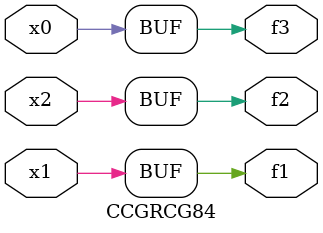
<source format=v>
module CCGRCG84(
	input x0, x1, x2,
	output f1, f2, f3
);
	assign f1 = x1;
	assign f2 = x2;
	assign f3 = x0;
endmodule

</source>
